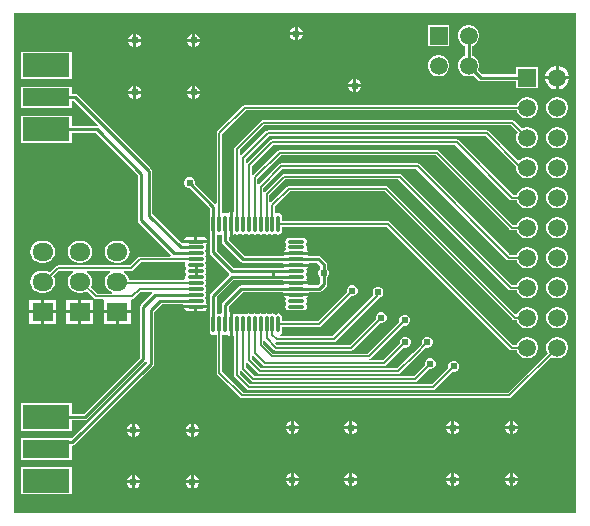
<source format=gtl>
G04*
G04 #@! TF.GenerationSoftware,Altium Limited,Altium Designer,21.9.2 (33)*
G04*
G04 Layer_Physical_Order=1*
G04 Layer_Color=255*
%FSLAX25Y25*%
%MOIN*%
G70*
G04*
G04 #@! TF.SameCoordinates,BDAA0F83-93E9-4538-AAC0-020DCC9D6774*
G04*
G04*
G04 #@! TF.FilePolarity,Positive*
G04*
G01*
G75*
%ADD10C,0.01000*%
%ADD13C,0.00600*%
%ADD14O,0.05906X0.01063*%
%ADD15O,0.01063X0.05906*%
%ADD16R,0.15748X0.07874*%
%ADD17R,0.15748X0.05906*%
%ADD26R,0.05906X0.05906*%
%ADD27C,0.05906*%
%ADD28O,0.07000X0.06000*%
%ADD29R,0.07000X0.06000*%
%ADD30C,0.02400*%
G36*
X397300Y113700D02*
X210000D01*
Y280600D01*
X397300D01*
Y113700D01*
D02*
G37*
%LPC*%
G36*
X304500Y275774D02*
Y274100D01*
X306174D01*
X305865Y274846D01*
X305246Y275465D01*
X304500Y275774D01*
D02*
G37*
G36*
X303500D02*
X302754Y275465D01*
X302135Y274846D01*
X301826Y274100D01*
X303500D01*
Y275774D01*
D02*
G37*
G36*
X270400Y273574D02*
Y271900D01*
X272074D01*
X271765Y272646D01*
X271146Y273265D01*
X270400Y273574D01*
D02*
G37*
G36*
X269400D02*
X268654Y273265D01*
X268035Y272646D01*
X267726Y271900D01*
X269400D01*
Y273574D01*
D02*
G37*
G36*
X250800D02*
Y271900D01*
X252474D01*
X252165Y272646D01*
X251546Y273265D01*
X250800Y273574D01*
D02*
G37*
G36*
X249800D02*
X249054Y273265D01*
X248435Y272646D01*
X248126Y271900D01*
X249800D01*
Y273574D01*
D02*
G37*
G36*
X306174Y273100D02*
X304500D01*
Y271426D01*
X305246Y271735D01*
X305865Y272354D01*
X306174Y273100D01*
D02*
G37*
G36*
X303500D02*
X301826D01*
X302135Y272354D01*
X302754Y271735D01*
X303500Y271426D01*
Y273100D01*
D02*
G37*
G36*
X355053Y276553D02*
X347947D01*
Y269447D01*
X355053D01*
Y276553D01*
D02*
G37*
G36*
X272074Y270900D02*
X270400D01*
Y269226D01*
X271146Y269535D01*
X271765Y270154D01*
X272074Y270900D01*
D02*
G37*
G36*
X269400D02*
X267726D01*
X268035Y270154D01*
X268654Y269535D01*
X269400Y269226D01*
Y270900D01*
D02*
G37*
G36*
X252474D02*
X250800D01*
Y269226D01*
X251546Y269535D01*
X252165Y270154D01*
X252474Y270900D01*
D02*
G37*
G36*
X249800D02*
X248126D01*
X248435Y270154D01*
X249054Y269535D01*
X249800Y269226D01*
Y270900D01*
D02*
G37*
G36*
X391520Y262953D02*
X391500D01*
Y259500D01*
X394953D01*
Y259520D01*
X394683Y260526D01*
X394163Y261427D01*
X393427Y262163D01*
X392526Y262683D01*
X391520Y262953D01*
D02*
G37*
G36*
X390500D02*
X390480D01*
X389474Y262683D01*
X388573Y262163D01*
X387837Y261427D01*
X387317Y260526D01*
X387047Y259520D01*
Y259500D01*
X390500D01*
Y262953D01*
D02*
G37*
G36*
X351968Y266553D02*
X351032D01*
X350129Y266311D01*
X349319Y265843D01*
X348657Y265181D01*
X348189Y264371D01*
X347947Y263468D01*
Y262532D01*
X348189Y261629D01*
X348657Y260819D01*
X349319Y260157D01*
X350129Y259689D01*
X351032Y259447D01*
X351968D01*
X352871Y259689D01*
X353681Y260157D01*
X354343Y260819D01*
X354811Y261629D01*
X355053Y262532D01*
Y263468D01*
X354811Y264371D01*
X354343Y265181D01*
X353681Y265843D01*
X352871Y266311D01*
X351968Y266553D01*
D02*
G37*
G36*
X229174Y267567D02*
X212226D01*
Y258493D01*
X229174D01*
Y267567D01*
D02*
G37*
G36*
X324100Y258474D02*
Y256800D01*
X325774D01*
X325465Y257546D01*
X324846Y258165D01*
X324100Y258474D01*
D02*
G37*
G36*
X323100D02*
X322354Y258165D01*
X321735Y257546D01*
X321426Y256800D01*
X323100D01*
Y258474D01*
D02*
G37*
G36*
X361968Y276553D02*
X361032D01*
X360129Y276311D01*
X359319Y275843D01*
X358657Y275181D01*
X358189Y274371D01*
X357947Y273468D01*
Y272532D01*
X358189Y271629D01*
X358657Y270819D01*
X359319Y270157D01*
X360129Y269689D01*
X360379Y269622D01*
Y266378D01*
X360129Y266311D01*
X359319Y265843D01*
X358657Y265181D01*
X358189Y264371D01*
X357947Y263468D01*
Y262532D01*
X358189Y261629D01*
X358657Y260819D01*
X359319Y260157D01*
X360129Y259689D01*
X361032Y259447D01*
X361968D01*
X362871Y259689D01*
X363095Y259819D01*
X364707Y258207D01*
X364707Y258207D01*
X365071Y257964D01*
X365500Y257878D01*
X377447D01*
Y255447D01*
X384553D01*
Y262553D01*
X377447D01*
Y260121D01*
X365965D01*
X364681Y261405D01*
X364811Y261629D01*
X365053Y262532D01*
Y263468D01*
X364811Y264371D01*
X364343Y265181D01*
X363681Y265843D01*
X362871Y266311D01*
X362621Y266378D01*
Y269622D01*
X362871Y269689D01*
X363681Y270157D01*
X364343Y270819D01*
X364811Y271629D01*
X365053Y272532D01*
Y273468D01*
X364811Y274371D01*
X364343Y275181D01*
X363681Y275843D01*
X362871Y276311D01*
X361968Y276553D01*
D02*
G37*
G36*
X394953Y258500D02*
X391500D01*
Y255047D01*
X391520D01*
X392526Y255317D01*
X393427Y255837D01*
X394163Y256573D01*
X394683Y257474D01*
X394953Y258480D01*
Y258500D01*
D02*
G37*
G36*
X390500D02*
X387047D01*
Y258480D01*
X387317Y257474D01*
X387837Y256573D01*
X388573Y255837D01*
X389474Y255317D01*
X390480Y255047D01*
X390500D01*
Y258500D01*
D02*
G37*
G36*
X270400Y256274D02*
Y254600D01*
X272074D01*
X271765Y255346D01*
X271146Y255965D01*
X270400Y256274D01*
D02*
G37*
G36*
X269400D02*
X268654Y255965D01*
X268035Y255346D01*
X267726Y254600D01*
X269400D01*
Y256274D01*
D02*
G37*
G36*
X250800D02*
Y254600D01*
X252474D01*
X252165Y255346D01*
X251546Y255965D01*
X250800Y256274D01*
D02*
G37*
G36*
X249800D02*
X249054Y255965D01*
X248435Y255346D01*
X248126Y254600D01*
X249800D01*
Y256274D01*
D02*
G37*
G36*
X325774Y255800D02*
X324100D01*
Y254126D01*
X324846Y254435D01*
X325465Y255054D01*
X325774Y255800D01*
D02*
G37*
G36*
X323100D02*
X321426D01*
X321735Y255054D01*
X322354Y254435D01*
X323100Y254126D01*
Y255800D01*
D02*
G37*
G36*
X272074Y253600D02*
X270400D01*
Y251926D01*
X271146Y252235D01*
X271765Y252854D01*
X272074Y253600D01*
D02*
G37*
G36*
X269400D02*
X267726D01*
X268035Y252854D01*
X268654Y252235D01*
X269400Y251926D01*
Y253600D01*
D02*
G37*
G36*
X252474D02*
X250800D01*
Y251926D01*
X251546Y252235D01*
X252165Y252854D01*
X252474Y253600D01*
D02*
G37*
G36*
X249800D02*
X248126D01*
X248435Y252854D01*
X249054Y252235D01*
X249800Y251926D01*
Y253600D01*
D02*
G37*
G36*
X391468Y252553D02*
X390532D01*
X389629Y252311D01*
X388819Y251843D01*
X388157Y251181D01*
X387689Y250371D01*
X387447Y249468D01*
Y248532D01*
X387689Y247629D01*
X388157Y246819D01*
X388819Y246157D01*
X389629Y245689D01*
X390532Y245447D01*
X391468D01*
X392371Y245689D01*
X393181Y246157D01*
X393843Y246819D01*
X394311Y247629D01*
X394553Y248532D01*
Y249468D01*
X394311Y250371D01*
X393843Y251181D01*
X393181Y251843D01*
X392371Y252311D01*
X391468Y252553D01*
D02*
G37*
G36*
X381468D02*
X380532D01*
X379629Y252311D01*
X378819Y251843D01*
X378157Y251181D01*
X377689Y250371D01*
X377568Y249918D01*
X286948D01*
X286597Y249848D01*
X286300Y249649D01*
X277761Y241110D01*
X277562Y240813D01*
X277492Y240461D01*
Y217201D01*
X276992Y216994D01*
X270300Y223686D01*
Y224258D01*
X270026Y224920D01*
X269520Y225426D01*
X268858Y225700D01*
X268142D01*
X267480Y225426D01*
X266974Y224920D01*
X266700Y224258D01*
Y223542D01*
X266974Y222880D01*
X267480Y222374D01*
X268142Y222100D01*
X268714D01*
X275320Y215494D01*
Y212831D01*
X275287Y212669D01*
Y207827D01*
X275320Y207665D01*
Y200759D01*
X275319Y200759D01*
X275405Y200330D01*
X275648Y199966D01*
X281748Y193866D01*
X281793Y193600D01*
X281780Y193348D01*
X281735Y193221D01*
X275648Y187134D01*
X275405Y186770D01*
X275319Y186341D01*
X275320Y186341D01*
Y179367D01*
X275287Y179205D01*
Y174363D01*
X275375Y173921D01*
X275625Y173547D01*
X275999Y173297D01*
X276441Y173209D01*
X276883Y173297D01*
X276992Y173370D01*
X277492Y173103D01*
Y160690D01*
X277562Y160339D01*
X277761Y160041D01*
X285351Y152451D01*
X285649Y152252D01*
X286000Y152182D01*
X375100D01*
X375451Y152252D01*
X375749Y152451D01*
X389222Y165924D01*
X389629Y165689D01*
X390532Y165447D01*
X391468D01*
X392371Y165689D01*
X393181Y166157D01*
X393843Y166819D01*
X394311Y167629D01*
X394553Y168532D01*
Y169468D01*
X394311Y170371D01*
X393843Y171181D01*
X393181Y171843D01*
X392371Y172311D01*
X391468Y172553D01*
X390532D01*
X389629Y172311D01*
X388819Y171843D01*
X388157Y171181D01*
X387689Y170371D01*
X387447Y169468D01*
Y168532D01*
X387689Y167629D01*
X387924Y167222D01*
X374720Y154018D01*
X286380D01*
X279328Y161070D01*
Y173102D01*
X279828Y173370D01*
X279937Y173297D01*
X280378Y173209D01*
X280820Y173297D01*
X281095Y173481D01*
X281243Y173259D01*
X281749Y172920D01*
X281847Y172901D01*
Y176784D01*
Y180801D01*
X281500Y181036D01*
Y182813D01*
X286160Y187473D01*
X299747D01*
X299983Y187126D01*
X304000D01*
X308017D01*
X308253Y187473D01*
X311695D01*
X311695Y187473D01*
X312124Y187559D01*
X312488Y187802D01*
X313993Y189307D01*
X313993Y189307D01*
X314236Y189671D01*
X314322Y190100D01*
X314321Y190100D01*
Y192476D01*
X314726Y192880D01*
X315000Y193542D01*
Y194258D01*
X314726Y194920D01*
X314321Y195324D01*
Y196700D01*
X314322Y196700D01*
X314236Y197129D01*
X313993Y197493D01*
X313993Y197493D01*
X312256Y199230D01*
X311892Y199473D01*
X311463Y199559D01*
X311463Y199558D01*
X308253D01*
X308017Y199906D01*
X304000D01*
X299983D01*
X299747Y199558D01*
X286828D01*
X281500Y204887D01*
Y205995D01*
X281847Y206231D01*
Y210248D01*
Y214131D01*
X281749Y214112D01*
X281243Y213773D01*
X281095Y213551D01*
X280820Y213735D01*
X280378Y213823D01*
X279937Y213735D01*
X279828Y213662D01*
X279328Y213930D01*
Y240081D01*
X287329Y248082D01*
X377568D01*
X377689Y247629D01*
X378157Y246819D01*
X378819Y246157D01*
X379629Y245689D01*
X380532Y245447D01*
X381468D01*
X382371Y245689D01*
X383181Y246157D01*
X383843Y246819D01*
X384311Y247629D01*
X384553Y248532D01*
Y249468D01*
X384311Y250371D01*
X383843Y251181D01*
X383181Y251843D01*
X382371Y252311D01*
X381468Y252553D01*
D02*
G37*
G36*
X229174Y255953D02*
X212226D01*
Y248847D01*
X229174D01*
Y251278D01*
X229935D01*
X237883Y243331D01*
X237636Y242870D01*
X237530Y242892D01*
X237530Y242892D01*
X229174D01*
Y246307D01*
X212226D01*
Y237233D01*
X229174D01*
Y240649D01*
X237065D01*
X251179Y226535D01*
Y211400D01*
X251178Y211400D01*
X251264Y210971D01*
X251507Y210607D01*
X262259Y199855D01*
X262052Y199355D01*
X251937D01*
X251586Y199285D01*
X251288Y199086D01*
X248620Y196418D01*
X224600D01*
X224249Y196348D01*
X223951Y196149D01*
X221833Y194031D01*
X221815Y194045D01*
X220940Y194407D01*
X220000Y194531D01*
X219000D01*
X218060Y194407D01*
X217184Y194045D01*
X216432Y193468D01*
X215855Y192716D01*
X215493Y191840D01*
X215369Y190900D01*
X215493Y189960D01*
X215855Y189084D01*
X216432Y188332D01*
X217184Y187755D01*
X218060Y187393D01*
X219000Y187269D01*
X220000D01*
X220940Y187393D01*
X221815Y187755D01*
X222568Y188332D01*
X223145Y189084D01*
X223507Y189960D01*
X223631Y190900D01*
X223507Y191840D01*
X223145Y192716D01*
X223131Y192733D01*
X224980Y194582D01*
X229626D01*
X229726Y194082D01*
X229634Y194045D01*
X228883Y193468D01*
X228305Y192716D01*
X227943Y191840D01*
X227819Y190900D01*
X227943Y189960D01*
X228305Y189084D01*
X228883Y188332D01*
X229634Y187755D01*
X230510Y187393D01*
X231450Y187269D01*
X232450D01*
X233390Y187393D01*
X234265Y187755D01*
X234283Y187769D01*
X236601Y185451D01*
X236899Y185252D01*
X237250Y185182D01*
X239517D01*
X239900Y184900D01*
X239900Y184682D01*
Y181400D01*
X244400D01*
X248900D01*
Y184682D01*
X248900Y184900D01*
X249283Y185182D01*
X249400D01*
X249751Y185252D01*
X250049Y185451D01*
X252275Y187677D01*
X255884D01*
X256091Y187177D01*
X252207Y183293D01*
X251964Y182929D01*
X251878Y182500D01*
X251878Y182500D01*
Y165665D01*
X233165Y146951D01*
X229174D01*
Y150367D01*
X212226D01*
Y141293D01*
X229174D01*
Y144708D01*
X233630D01*
X233630Y144708D01*
X234059Y144794D01*
X234423Y145037D01*
X253779Y164393D01*
X253852Y164388D01*
X254286Y164245D01*
X254328Y163914D01*
X229167Y138753D01*
X212226D01*
Y131647D01*
X229174D01*
Y135914D01*
X229424Y136302D01*
X229853Y136388D01*
X230217Y136631D01*
X256293Y162707D01*
X256293Y162707D01*
X256536Y163071D01*
X256622Y163500D01*
Y180935D01*
X259223Y183536D01*
X266283D01*
X266519Y183189D01*
X270536D01*
X274419D01*
X274400Y183287D01*
X274061Y183793D01*
X273839Y183941D01*
X274023Y184216D01*
X274111Y184658D01*
X274023Y185099D01*
X273773Y185474D01*
Y185810D01*
X274023Y186185D01*
X274111Y186626D01*
X274023Y187067D01*
X273895Y187259D01*
X273813Y187610D01*
X273895Y187962D01*
X274023Y188154D01*
X274111Y188595D01*
X274023Y189037D01*
X273773Y189411D01*
Y189747D01*
X274023Y190121D01*
X274111Y190563D01*
X274023Y191005D01*
X273895Y191196D01*
X273813Y191548D01*
X273895Y191899D01*
X274023Y192090D01*
X274111Y192532D01*
X274023Y192973D01*
X273895Y193165D01*
X273813Y193516D01*
X273895Y193867D01*
X274023Y194059D01*
X274111Y194500D01*
X274023Y194941D01*
X273895Y195133D01*
X273813Y195484D01*
X273895Y195836D01*
X274023Y196028D01*
X274111Y196469D01*
X274023Y196911D01*
X273773Y197285D01*
Y197621D01*
X274023Y197995D01*
X274111Y198437D01*
X274023Y198879D01*
X273895Y199070D01*
X273813Y199422D01*
X273895Y199773D01*
X274023Y199964D01*
X274111Y200406D01*
X274023Y200848D01*
X273773Y201222D01*
Y201558D01*
X274023Y201933D01*
X274111Y202374D01*
X274023Y202816D01*
X273839Y203091D01*
X274061Y203239D01*
X274400Y203745D01*
X274419Y203843D01*
X270536D01*
X266290D01*
X266226Y203757D01*
X265859Y203727D01*
X256121Y213465D01*
Y227800D01*
X256036Y228229D01*
X255793Y228593D01*
X255793Y228593D01*
X231193Y253193D01*
X230829Y253436D01*
X230400Y253522D01*
X230400Y253521D01*
X229174D01*
Y255953D01*
D02*
G37*
G36*
X376000Y244918D02*
X293000D01*
X292649Y244848D01*
X292351Y244649D01*
X283666Y235964D01*
X283467Y235666D01*
X283397Y235315D01*
Y214340D01*
X283029Y214143D01*
X282897Y214121D01*
X282847Y214131D01*
Y210248D01*
Y206365D01*
X282945Y206384D01*
X283451Y206723D01*
X283599Y206944D01*
X283874Y206761D01*
X284315Y206673D01*
X284756Y206761D01*
X284948Y206889D01*
X285299Y206971D01*
X285651Y206889D01*
X285842Y206761D01*
X286284Y206673D01*
X286725Y206761D01*
X286917Y206889D01*
X287268Y206971D01*
X287619Y206889D01*
X287810Y206761D01*
X288252Y206673D01*
X288693Y206761D01*
X288885Y206889D01*
X289236Y206971D01*
X289588Y206889D01*
X289779Y206761D01*
X290221Y206673D01*
X290663Y206761D01*
X290854Y206889D01*
X291205Y206971D01*
X291556Y206889D01*
X291747Y206761D01*
X292189Y206673D01*
X292631Y206761D01*
X292822Y206889D01*
X293174Y206971D01*
X293525Y206889D01*
X293717Y206761D01*
X294158Y206673D01*
X294600Y206761D01*
X294791Y206889D01*
X295142Y206971D01*
X295493Y206889D01*
X295685Y206761D01*
X296126Y206673D01*
X296568Y206761D01*
X296942Y207011D01*
X297462Y206889D01*
X297654Y206761D01*
X298095Y206673D01*
X298536Y206761D01*
X298911Y207011D01*
X299161Y207385D01*
X299249Y207827D01*
Y209330D01*
X334372D01*
X375351Y168351D01*
X375649Y168152D01*
X376000Y168082D01*
X377568D01*
X377689Y167629D01*
X378157Y166819D01*
X378819Y166157D01*
X379629Y165689D01*
X380532Y165447D01*
X381468D01*
X382371Y165689D01*
X383181Y166157D01*
X383843Y166819D01*
X384311Y167629D01*
X384553Y168532D01*
Y169468D01*
X384311Y170371D01*
X383843Y171181D01*
X383181Y171843D01*
X382371Y172311D01*
X381468Y172553D01*
X380532D01*
X379629Y172311D01*
X378819Y171843D01*
X378157Y171181D01*
X377689Y170371D01*
X377568Y169918D01*
X376380D01*
X335401Y210897D01*
X335103Y211096D01*
X334752Y211166D01*
X299249D01*
Y212669D01*
X299161Y213111D01*
X298911Y213485D01*
X298536Y213735D01*
X298095Y213823D01*
X297654Y213735D01*
X297544Y213662D01*
X297044Y213929D01*
Y216246D01*
X301880Y221082D01*
X333620D01*
X376351Y178351D01*
X376649Y178152D01*
X377000Y178082D01*
X377568D01*
X377689Y177629D01*
X378157Y176819D01*
X378819Y176157D01*
X379629Y175689D01*
X380532Y175447D01*
X381468D01*
X382371Y175689D01*
X383181Y176157D01*
X383843Y176819D01*
X384311Y177629D01*
X384553Y178532D01*
Y179468D01*
X384311Y180371D01*
X383843Y181181D01*
X383181Y181843D01*
X382371Y182311D01*
X381468Y182553D01*
X380532D01*
X379629Y182311D01*
X378819Y181843D01*
X378157Y181181D01*
X377689Y180371D01*
X377678Y180327D01*
X377120Y180178D01*
X334649Y222649D01*
X334351Y222848D01*
X334000Y222918D01*
X301500D01*
X301149Y222848D01*
X300851Y222649D01*
X295576Y217373D01*
X295189Y217481D01*
X295076Y217562D01*
Y219778D01*
X300380Y225082D01*
X338120D01*
X374851Y188351D01*
X375149Y188152D01*
X375500Y188082D01*
X377568D01*
X377689Y187629D01*
X378157Y186819D01*
X378819Y186157D01*
X379629Y185689D01*
X380532Y185447D01*
X381468D01*
X382371Y185689D01*
X383181Y186157D01*
X383843Y186819D01*
X384311Y187629D01*
X384553Y188532D01*
Y189468D01*
X384311Y190371D01*
X383843Y191181D01*
X383181Y191843D01*
X382371Y192311D01*
X381468Y192553D01*
X380532D01*
X379629Y192311D01*
X378819Y191843D01*
X378157Y191181D01*
X377689Y190371D01*
X377568Y189918D01*
X375880D01*
X339149Y226649D01*
X338851Y226848D01*
X338500Y226918D01*
X300000D01*
X299649Y226848D01*
X299351Y226649D01*
X293607Y220904D01*
X293224Y221010D01*
X293107Y221094D01*
Y222309D01*
X299380Y228582D01*
X344120D01*
X374351Y198351D01*
X374649Y198152D01*
X375000Y198082D01*
X377568D01*
X377689Y197629D01*
X378157Y196819D01*
X378819Y196157D01*
X379629Y195689D01*
X380532Y195447D01*
X381468D01*
X382371Y195689D01*
X383181Y196157D01*
X383843Y196819D01*
X384311Y197629D01*
X384553Y198532D01*
Y199468D01*
X384311Y200371D01*
X383843Y201181D01*
X383181Y201843D01*
X382371Y202311D01*
X381468Y202553D01*
X380532D01*
X379629Y202311D01*
X378819Y201843D01*
X378157Y201181D01*
X377689Y200371D01*
X377568Y199918D01*
X375380D01*
X345149Y230149D01*
X344851Y230348D01*
X344500Y230418D01*
X299000D01*
X298649Y230348D01*
X298351Y230149D01*
X291639Y223436D01*
X291252Y223544D01*
X291139Y223625D01*
Y225341D01*
X298880Y233082D01*
X350620D01*
X375351Y208351D01*
X375649Y208152D01*
X376000Y208082D01*
X377568D01*
X377689Y207629D01*
X378157Y206819D01*
X378819Y206157D01*
X379629Y205689D01*
X380532Y205447D01*
X381468D01*
X382371Y205689D01*
X383181Y206157D01*
X383843Y206819D01*
X384311Y207629D01*
X384553Y208532D01*
Y209468D01*
X384311Y210371D01*
X383843Y211181D01*
X383181Y211843D01*
X382371Y212311D01*
X381468Y212553D01*
X380532D01*
X379629Y212311D01*
X378819Y211843D01*
X378157Y211181D01*
X377689Y210371D01*
X377568Y209918D01*
X376380D01*
X351649Y234649D01*
X351351Y234848D01*
X351000Y234918D01*
X298500D01*
X298149Y234848D01*
X297851Y234649D01*
X289670Y226467D01*
X289287Y226573D01*
X289170Y226657D01*
Y229372D01*
X296380Y236582D01*
X357120D01*
X375351Y218351D01*
X375649Y218152D01*
X376000Y218082D01*
X377568D01*
X377689Y217629D01*
X378157Y216819D01*
X378819Y216157D01*
X379629Y215689D01*
X380532Y215447D01*
X381468D01*
X382371Y215689D01*
X383181Y216157D01*
X383843Y216819D01*
X384311Y217629D01*
X384553Y218532D01*
Y219468D01*
X384311Y220371D01*
X383843Y221181D01*
X383181Y221843D01*
X382371Y222311D01*
X381468Y222553D01*
X380532D01*
X379629Y222311D01*
X378819Y221843D01*
X378157Y221181D01*
X377689Y220371D01*
X377568Y219918D01*
X376380D01*
X358149Y238149D01*
X357851Y238348D01*
X357500Y238418D01*
X296000D01*
X295649Y238348D01*
X295351Y238149D01*
X287702Y230499D01*
X287315Y230607D01*
X287202Y230688D01*
Y231904D01*
X294880Y239582D01*
X367120D01*
X377336Y229366D01*
X377447Y229292D01*
Y228532D01*
X377689Y227629D01*
X378157Y226819D01*
X378819Y226157D01*
X379629Y225689D01*
X380532Y225447D01*
X381468D01*
X382371Y225689D01*
X383181Y226157D01*
X383843Y226819D01*
X384311Y227629D01*
X384553Y228532D01*
Y229468D01*
X384311Y230371D01*
X383843Y231181D01*
X383181Y231843D01*
X382371Y232311D01*
X381468Y232553D01*
X380532D01*
X379629Y232311D01*
X378819Y231843D01*
X378490Y231515D01*
X377792Y231506D01*
X368149Y241149D01*
X367851Y241348D01*
X367500Y241418D01*
X294500D01*
X294149Y241348D01*
X293851Y241149D01*
X285733Y233030D01*
X285350Y233136D01*
X285233Y233220D01*
Y234935D01*
X293380Y243082D01*
X375620D01*
X377924Y240778D01*
X377689Y240371D01*
X377447Y239468D01*
Y238532D01*
X377689Y237629D01*
X378157Y236819D01*
X378819Y236157D01*
X379629Y235689D01*
X380532Y235447D01*
X381468D01*
X382371Y235689D01*
X383181Y236157D01*
X383843Y236819D01*
X384311Y237629D01*
X384553Y238532D01*
Y239468D01*
X384311Y240371D01*
X383843Y241181D01*
X383181Y241843D01*
X382371Y242311D01*
X381468Y242553D01*
X380532D01*
X379629Y242311D01*
X379222Y242076D01*
X376649Y244649D01*
X376351Y244848D01*
X376000Y244918D01*
D02*
G37*
G36*
X391468Y242553D02*
X390532D01*
X389629Y242311D01*
X388819Y241843D01*
X388157Y241181D01*
X387689Y240371D01*
X387447Y239468D01*
Y238532D01*
X387689Y237629D01*
X388157Y236819D01*
X388819Y236157D01*
X389629Y235689D01*
X390532Y235447D01*
X391468D01*
X392371Y235689D01*
X393181Y236157D01*
X393843Y236819D01*
X394311Y237629D01*
X394553Y238532D01*
Y239468D01*
X394311Y240371D01*
X393843Y241181D01*
X393181Y241843D01*
X392371Y242311D01*
X391468Y242553D01*
D02*
G37*
G36*
Y232553D02*
X390532D01*
X389629Y232311D01*
X388819Y231843D01*
X388157Y231181D01*
X387689Y230371D01*
X387447Y229468D01*
Y228532D01*
X387689Y227629D01*
X388157Y226819D01*
X388819Y226157D01*
X389629Y225689D01*
X390532Y225447D01*
X391468D01*
X392371Y225689D01*
X393181Y226157D01*
X393843Y226819D01*
X394311Y227629D01*
X394553Y228532D01*
Y229468D01*
X394311Y230371D01*
X393843Y231181D01*
X393181Y231843D01*
X392371Y232311D01*
X391468Y232553D01*
D02*
G37*
G36*
Y222553D02*
X390532D01*
X389629Y222311D01*
X388819Y221843D01*
X388157Y221181D01*
X387689Y220371D01*
X387447Y219468D01*
Y218532D01*
X387689Y217629D01*
X388157Y216819D01*
X388819Y216157D01*
X389629Y215689D01*
X390532Y215447D01*
X391468D01*
X392371Y215689D01*
X393181Y216157D01*
X393843Y216819D01*
X394311Y217629D01*
X394553Y218532D01*
Y219468D01*
X394311Y220371D01*
X393843Y221181D01*
X393181Y221843D01*
X392371Y222311D01*
X391468Y222553D01*
D02*
G37*
G36*
Y212553D02*
X390532D01*
X389629Y212311D01*
X388819Y211843D01*
X388157Y211181D01*
X387689Y210371D01*
X387447Y209468D01*
Y208532D01*
X387689Y207629D01*
X388157Y206819D01*
X388819Y206157D01*
X389629Y205689D01*
X390532Y205447D01*
X391468D01*
X392371Y205689D01*
X393181Y206157D01*
X393843Y206819D01*
X394311Y207629D01*
X394553Y208532D01*
Y209468D01*
X394311Y210371D01*
X393843Y211181D01*
X393181Y211843D01*
X392371Y212311D01*
X391468Y212553D01*
D02*
G37*
G36*
X272957Y205905D02*
X271036D01*
Y204843D01*
X274419D01*
X274400Y204941D01*
X274061Y205447D01*
X273555Y205786D01*
X272957Y205905D01*
D02*
G37*
G36*
X270036D02*
X268115D01*
X267517Y205786D01*
X267011Y205447D01*
X266672Y204941D01*
X266653Y204843D01*
X270036D01*
Y205905D01*
D02*
G37*
G36*
X306421Y205497D02*
X301579D01*
X301137Y205409D01*
X300763Y205159D01*
X300513Y204784D01*
X300425Y204343D01*
X300513Y203902D01*
X300763Y203527D01*
X300641Y203007D01*
X300513Y202816D01*
X300425Y202374D01*
X300513Y201933D01*
X300696Y201658D01*
X300475Y201510D01*
X300136Y201004D01*
X300117Y200906D01*
X304000D01*
X307883D01*
X307864Y201004D01*
X307525Y201510D01*
X307304Y201658D01*
X307487Y201933D01*
X307575Y202374D01*
X307487Y202816D01*
X307237Y203190D01*
X307359Y203710D01*
X307487Y203902D01*
X307575Y204343D01*
X307487Y204784D01*
X307237Y205159D01*
X306863Y205409D01*
X306421Y205497D01*
D02*
G37*
G36*
X244900Y204531D02*
X243900D01*
X242960Y204407D01*
X242085Y204045D01*
X241333Y203468D01*
X240755Y202715D01*
X240393Y201840D01*
X240269Y200900D01*
X240393Y199960D01*
X240755Y199084D01*
X241333Y198332D01*
X242085Y197755D01*
X242960Y197393D01*
X243900Y197269D01*
X244900D01*
X245840Y197393D01*
X246715Y197755D01*
X247467Y198332D01*
X248045Y199084D01*
X248407Y199960D01*
X248531Y200900D01*
X248407Y201840D01*
X248045Y202715D01*
X247467Y203468D01*
X246715Y204045D01*
X245840Y204407D01*
X244900Y204531D01*
D02*
G37*
G36*
X232450D02*
X231450D01*
X230510Y204407D01*
X229634Y204045D01*
X228883Y203468D01*
X228305Y202715D01*
X227943Y201840D01*
X227819Y200900D01*
X227943Y199960D01*
X228305Y199084D01*
X228883Y198332D01*
X229634Y197755D01*
X230510Y197393D01*
X231450Y197269D01*
X232450D01*
X233390Y197393D01*
X234265Y197755D01*
X235017Y198332D01*
X235595Y199084D01*
X235957Y199960D01*
X236081Y200900D01*
X235957Y201840D01*
X235595Y202715D01*
X235017Y203468D01*
X234265Y204045D01*
X233390Y204407D01*
X232450Y204531D01*
D02*
G37*
G36*
X220000D02*
X219000D01*
X218060Y204407D01*
X217184Y204045D01*
X216432Y203468D01*
X215855Y202715D01*
X215493Y201840D01*
X215369Y200900D01*
X215493Y199960D01*
X215855Y199084D01*
X216432Y198332D01*
X217184Y197755D01*
X218060Y197393D01*
X219000Y197269D01*
X220000D01*
X220940Y197393D01*
X221815Y197755D01*
X222568Y198332D01*
X223145Y199084D01*
X223507Y199960D01*
X223631Y200900D01*
X223507Y201840D01*
X223145Y202715D01*
X222568Y203468D01*
X221815Y204045D01*
X220940Y204407D01*
X220000Y204531D01*
D02*
G37*
G36*
X391468Y202553D02*
X390532D01*
X389629Y202311D01*
X388819Y201843D01*
X388157Y201181D01*
X387689Y200371D01*
X387447Y199468D01*
Y198532D01*
X387689Y197629D01*
X388157Y196819D01*
X388819Y196157D01*
X389629Y195689D01*
X390532Y195447D01*
X391468D01*
X392371Y195689D01*
X393181Y196157D01*
X393843Y196819D01*
X394311Y197629D01*
X394553Y198532D01*
Y199468D01*
X394311Y200371D01*
X393843Y201181D01*
X393181Y201843D01*
X392371Y202311D01*
X391468Y202553D01*
D02*
G37*
G36*
Y192553D02*
X390532D01*
X389629Y192311D01*
X388819Y191843D01*
X388157Y191181D01*
X387689Y190371D01*
X387447Y189468D01*
Y188532D01*
X387689Y187629D01*
X388157Y186819D01*
X388819Y186157D01*
X389629Y185689D01*
X390532Y185447D01*
X391468D01*
X392371Y185689D01*
X393181Y186157D01*
X393843Y186819D01*
X394311Y187629D01*
X394553Y188532D01*
Y189468D01*
X394311Y190371D01*
X393843Y191181D01*
X393181Y191843D01*
X392371Y192311D01*
X391468Y192553D01*
D02*
G37*
G36*
X307883Y186126D02*
X304000D01*
X300117D01*
X300136Y186028D01*
X300475Y185522D01*
X300696Y185374D01*
X300513Y185099D01*
X300425Y184658D01*
X300513Y184216D01*
X300641Y184025D01*
X300763Y183505D01*
X300513Y183131D01*
X300425Y182689D01*
X300513Y182247D01*
X300763Y181873D01*
X301137Y181623D01*
X301579Y181535D01*
X306421D01*
X306863Y181623D01*
X307237Y181873D01*
X307487Y182247D01*
X307575Y182689D01*
X307487Y183131D01*
X307359Y183322D01*
X307237Y183842D01*
X307487Y184216D01*
X307575Y184658D01*
X307487Y185099D01*
X307304Y185374D01*
X307525Y185522D01*
X307864Y186028D01*
X307883Y186126D01*
D02*
G37*
G36*
X236450Y184900D02*
X232450D01*
Y181400D01*
X236450D01*
Y184900D01*
D02*
G37*
G36*
X224000D02*
X220000D01*
Y181400D01*
X224000D01*
Y184900D01*
D02*
G37*
G36*
X231450D02*
X227450D01*
Y181400D01*
X231450D01*
Y184900D01*
D02*
G37*
G36*
X219000D02*
X215000D01*
Y181400D01*
X219000D01*
Y184900D01*
D02*
G37*
G36*
X274419Y182189D02*
X271036D01*
Y181128D01*
X272957D01*
X273555Y181246D01*
X274061Y181585D01*
X274400Y182091D01*
X274419Y182189D01*
D02*
G37*
G36*
X270036D02*
X266653D01*
X266672Y182091D01*
X267011Y181585D01*
X267517Y181246D01*
X268115Y181128D01*
X270036D01*
Y182189D01*
D02*
G37*
G36*
X323058Y189700D02*
X322342D01*
X321680Y189426D01*
X321174Y188920D01*
X320900Y188258D01*
Y187542D01*
X320942Y187440D01*
X311204Y177702D01*
X299249D01*
Y179205D01*
X299161Y179647D01*
X298911Y180021D01*
X298536Y180271D01*
X298095Y180359D01*
X297654Y180271D01*
X297279Y180021D01*
X296759Y180143D01*
X296568Y180271D01*
X296126Y180359D01*
X295685Y180271D01*
X295493Y180143D01*
X295142Y180061D01*
X294791Y180143D01*
X294600Y180271D01*
X294158Y180359D01*
X293717Y180271D01*
X293525Y180143D01*
X293174Y180061D01*
X292822Y180143D01*
X292631Y180271D01*
X292189Y180359D01*
X291747Y180271D01*
X291556Y180143D01*
X291205Y180061D01*
X290854Y180143D01*
X290663Y180271D01*
X290221Y180359D01*
X289779Y180271D01*
X289588Y180143D01*
X289236Y180061D01*
X288885Y180143D01*
X288693Y180271D01*
X288252Y180359D01*
X287810Y180271D01*
X287619Y180143D01*
X287268Y180061D01*
X286917Y180143D01*
X286725Y180271D01*
X286284Y180359D01*
X285842Y180271D01*
X285651Y180143D01*
X285299Y180061D01*
X284948Y180143D01*
X284756Y180271D01*
X284315Y180359D01*
X283874Y180271D01*
X283599Y180088D01*
X283451Y180309D01*
X282945Y180648D01*
X282847Y180667D01*
Y176784D01*
Y172901D01*
X282897Y172911D01*
X283029Y172889D01*
X283397Y172692D01*
Y159785D01*
X283467Y159434D01*
X283666Y159136D01*
X287651Y155151D01*
X287949Y154952D01*
X288300Y154882D01*
X349700D01*
X350051Y154952D01*
X350349Y155151D01*
X356140Y160942D01*
X356242Y160900D01*
X356958D01*
X357620Y161174D01*
X358126Y161680D01*
X358400Y162342D01*
Y163058D01*
X358126Y163720D01*
X357620Y164226D01*
X356958Y164500D01*
X356242D01*
X355580Y164226D01*
X355074Y163720D01*
X354800Y163058D01*
Y162342D01*
X354842Y162240D01*
X349320Y156718D01*
X288680D01*
X285233Y160165D01*
Y161081D01*
X285350Y161164D01*
X285733Y161270D01*
X289151Y157851D01*
X289449Y157652D01*
X289800Y157582D01*
X343600D01*
X343951Y157652D01*
X344249Y157851D01*
X348240Y161842D01*
X348342Y161800D01*
X349058D01*
X349720Y162074D01*
X350226Y162580D01*
X350500Y163242D01*
Y163958D01*
X350226Y164620D01*
X349720Y165126D01*
X349058Y165400D01*
X348342D01*
X347680Y165126D01*
X347174Y164620D01*
X346900Y163958D01*
Y163242D01*
X346942Y163140D01*
X343220Y159418D01*
X290180D01*
X287202Y162396D01*
Y163912D01*
X287315Y163993D01*
X287702Y164101D01*
X291251Y160551D01*
X291549Y160352D01*
X291900Y160282D01*
X338100D01*
X338451Y160352D01*
X338749Y160551D01*
X344177Y165979D01*
X344177Y165979D01*
X347240Y169042D01*
X347342Y169000D01*
X348058D01*
X348720Y169274D01*
X349226Y169780D01*
X349500Y170442D01*
Y171158D01*
X349226Y171820D01*
X348720Y172326D01*
X348058Y172600D01*
X347342D01*
X346680Y172326D01*
X346174Y171820D01*
X345900Y171158D01*
Y170442D01*
X345942Y170340D01*
X342879Y167277D01*
X342879Y167277D01*
X337720Y162118D01*
X292280D01*
X289170Y165228D01*
Y166144D01*
X289287Y166227D01*
X289670Y166333D01*
X292851Y163151D01*
X293149Y162952D01*
X293500Y162882D01*
X333400D01*
X333751Y162952D01*
X334049Y163151D01*
X339940Y169042D01*
X340042Y169000D01*
X340758D01*
X341420Y169274D01*
X341926Y169780D01*
X342200Y170442D01*
Y171158D01*
X341926Y171820D01*
X341420Y172326D01*
X340758Y172600D01*
X340042D01*
X339380Y172326D01*
X338874Y171820D01*
X338600Y171158D01*
Y170442D01*
X338642Y170340D01*
X333020Y164718D01*
X328427D01*
X328377Y165218D01*
X328551Y165252D01*
X328849Y165451D01*
X339740Y176342D01*
X339842Y176300D01*
X340558D01*
X341220Y176574D01*
X341726Y177080D01*
X342000Y177742D01*
Y178458D01*
X341726Y179120D01*
X341220Y179626D01*
X340558Y179900D01*
X339842D01*
X339180Y179626D01*
X338674Y179120D01*
X338400Y178458D01*
Y177742D01*
X338442Y177640D01*
X327820Y167018D01*
X296280D01*
X293107Y170191D01*
Y171107D01*
X293224Y171190D01*
X293607Y171296D01*
X296651Y168251D01*
X296949Y168052D01*
X297300Y167982D01*
X322300D01*
X322651Y168052D01*
X322949Y168251D01*
X331940Y177242D01*
X332042Y177200D01*
X332758D01*
X333420Y177474D01*
X333926Y177980D01*
X334200Y178642D01*
Y179358D01*
X333926Y180020D01*
X333420Y180526D01*
X332758Y180800D01*
X332042D01*
X331380Y180526D01*
X330874Y180020D01*
X330600Y179358D01*
Y178642D01*
X330642Y178540D01*
X321920Y169818D01*
X297680D01*
X297005Y170493D01*
X297278Y170926D01*
X297500Y170882D01*
X316500D01*
X316851Y170952D01*
X317149Y171151D01*
X331598Y185600D01*
X331658D01*
X332320Y185874D01*
X332826Y186380D01*
X333100Y187042D01*
Y187758D01*
X332826Y188420D01*
X332320Y188926D01*
X331658Y189200D01*
X330942D01*
X330280Y188926D01*
X329774Y188420D01*
X329500Y187758D01*
Y187042D01*
X329774Y186380D01*
X329778Y186376D01*
X316120Y172718D01*
X298400D01*
X298326Y172836D01*
X298526Y173295D01*
X298536Y173297D01*
X298911Y173547D01*
X299161Y173921D01*
X299249Y174363D01*
Y175866D01*
X311584D01*
X311935Y175936D01*
X312233Y176135D01*
X322240Y186142D01*
X322342Y186100D01*
X323058D01*
X323720Y186374D01*
X324226Y186880D01*
X324500Y187542D01*
Y188258D01*
X324226Y188920D01*
X323720Y189426D01*
X323058Y189700D01*
D02*
G37*
G36*
X248900Y180400D02*
X244900D01*
Y176900D01*
X248900D01*
Y180400D01*
D02*
G37*
G36*
X243900D02*
X239900D01*
Y176900D01*
X243900D01*
Y180400D01*
D02*
G37*
G36*
X236450D02*
X232450D01*
Y176900D01*
X236450D01*
Y180400D01*
D02*
G37*
G36*
X231450D02*
X227450D01*
Y176900D01*
X231450D01*
Y180400D01*
D02*
G37*
G36*
X224000D02*
X220000D01*
Y176900D01*
X224000D01*
Y180400D01*
D02*
G37*
G36*
X219000D02*
X215000D01*
Y176900D01*
X219000D01*
Y180400D01*
D02*
G37*
G36*
X391468Y182553D02*
X390532D01*
X389629Y182311D01*
X388819Y181843D01*
X388157Y181181D01*
X387689Y180371D01*
X387447Y179468D01*
Y178532D01*
X387689Y177629D01*
X388157Y176819D01*
X388819Y176157D01*
X389629Y175689D01*
X390532Y175447D01*
X391468D01*
X392371Y175689D01*
X393181Y176157D01*
X393843Y176819D01*
X394311Y177629D01*
X394553Y178532D01*
Y179468D01*
X394311Y180371D01*
X393843Y181181D01*
X393181Y181843D01*
X392371Y182311D01*
X391468Y182553D01*
D02*
G37*
G36*
X376400Y144474D02*
Y142800D01*
X378074D01*
X377765Y143546D01*
X377146Y144165D01*
X376400Y144474D01*
D02*
G37*
G36*
X375400D02*
X374654Y144165D01*
X374035Y143546D01*
X373726Y142800D01*
X375400D01*
Y144474D01*
D02*
G37*
G36*
X356800D02*
Y142800D01*
X358474D01*
X358165Y143546D01*
X357546Y144165D01*
X356800Y144474D01*
D02*
G37*
G36*
X355800D02*
X355054Y144165D01*
X354435Y143546D01*
X354126Y142800D01*
X355800D01*
Y144474D01*
D02*
G37*
G36*
X322800D02*
Y142800D01*
X324474D01*
X324165Y143546D01*
X323546Y144165D01*
X322800Y144474D01*
D02*
G37*
G36*
X321800D02*
X321054Y144165D01*
X320435Y143546D01*
X320126Y142800D01*
X321800D01*
Y144474D01*
D02*
G37*
G36*
X303200D02*
Y142800D01*
X304874D01*
X304565Y143546D01*
X303946Y144165D01*
X303200Y144474D01*
D02*
G37*
G36*
X302200D02*
X301454Y144165D01*
X300835Y143546D01*
X300526Y142800D01*
X302200D01*
Y144474D01*
D02*
G37*
G36*
X269900Y143674D02*
Y142000D01*
X271574D01*
X271265Y142746D01*
X270646Y143365D01*
X269900Y143674D01*
D02*
G37*
G36*
X268900D02*
X268154Y143365D01*
X267535Y142746D01*
X267226Y142000D01*
X268900D01*
Y143674D01*
D02*
G37*
G36*
X250300D02*
Y142000D01*
X251974D01*
X251665Y142746D01*
X251046Y143365D01*
X250300Y143674D01*
D02*
G37*
G36*
X249300D02*
X248554Y143365D01*
X247935Y142746D01*
X247626Y142000D01*
X249300D01*
Y143674D01*
D02*
G37*
G36*
X378074Y141800D02*
X376400D01*
Y140126D01*
X377146Y140435D01*
X377765Y141054D01*
X378074Y141800D01*
D02*
G37*
G36*
X375400D02*
X373726D01*
X374035Y141054D01*
X374654Y140435D01*
X375400Y140126D01*
Y141800D01*
D02*
G37*
G36*
X358474D02*
X356800D01*
Y140126D01*
X357546Y140435D01*
X358165Y141054D01*
X358474Y141800D01*
D02*
G37*
G36*
X355800D02*
X354126D01*
X354435Y141054D01*
X355054Y140435D01*
X355800Y140126D01*
Y141800D01*
D02*
G37*
G36*
X324474D02*
X322800D01*
Y140126D01*
X323546Y140435D01*
X324165Y141054D01*
X324474Y141800D01*
D02*
G37*
G36*
X321800D02*
X320126D01*
X320435Y141054D01*
X321054Y140435D01*
X321800Y140126D01*
Y141800D01*
D02*
G37*
G36*
X304874D02*
X303200D01*
Y140126D01*
X303946Y140435D01*
X304565Y141054D01*
X304874Y141800D01*
D02*
G37*
G36*
X302200D02*
X300526D01*
X300835Y141054D01*
X301454Y140435D01*
X302200Y140126D01*
Y141800D01*
D02*
G37*
G36*
X271574Y141000D02*
X269900D01*
Y139326D01*
X270646Y139635D01*
X271265Y140254D01*
X271574Y141000D01*
D02*
G37*
G36*
X268900D02*
X267226D01*
X267535Y140254D01*
X268154Y139635D01*
X268900Y139326D01*
Y141000D01*
D02*
G37*
G36*
X251974D02*
X250300D01*
Y139326D01*
X251046Y139635D01*
X251665Y140254D01*
X251974Y141000D01*
D02*
G37*
G36*
X249300D02*
X247626D01*
X247935Y140254D01*
X248554Y139635D01*
X249300Y139326D01*
Y141000D01*
D02*
G37*
G36*
X376400Y127174D02*
Y125500D01*
X378074D01*
X377765Y126246D01*
X377146Y126865D01*
X376400Y127174D01*
D02*
G37*
G36*
X375400D02*
X374654Y126865D01*
X374035Y126246D01*
X373726Y125500D01*
X375400D01*
Y127174D01*
D02*
G37*
G36*
X356800D02*
Y125500D01*
X358474D01*
X358165Y126246D01*
X357546Y126865D01*
X356800Y127174D01*
D02*
G37*
G36*
X355800D02*
X355054Y126865D01*
X354435Y126246D01*
X354126Y125500D01*
X355800D01*
Y127174D01*
D02*
G37*
G36*
X322800D02*
Y125500D01*
X324474D01*
X324165Y126246D01*
X323546Y126865D01*
X322800Y127174D01*
D02*
G37*
G36*
X321800D02*
X321054Y126865D01*
X320435Y126246D01*
X320126Y125500D01*
X321800D01*
Y127174D01*
D02*
G37*
G36*
X303200D02*
Y125500D01*
X304874D01*
X304565Y126246D01*
X303946Y126865D01*
X303200Y127174D01*
D02*
G37*
G36*
X302200D02*
X301454Y126865D01*
X300835Y126246D01*
X300526Y125500D01*
X302200D01*
Y127174D01*
D02*
G37*
G36*
X269900Y126374D02*
Y124700D01*
X271574D01*
X271265Y125446D01*
X270646Y126065D01*
X269900Y126374D01*
D02*
G37*
G36*
X268900D02*
X268154Y126065D01*
X267535Y125446D01*
X267226Y124700D01*
X268900D01*
Y126374D01*
D02*
G37*
G36*
X250300D02*
Y124700D01*
X251974D01*
X251665Y125446D01*
X251046Y126065D01*
X250300Y126374D01*
D02*
G37*
G36*
X249300D02*
X248554Y126065D01*
X247935Y125446D01*
X247626Y124700D01*
X249300D01*
Y126374D01*
D02*
G37*
G36*
X378074Y124500D02*
X376400D01*
Y122826D01*
X377146Y123135D01*
X377765Y123754D01*
X378074Y124500D01*
D02*
G37*
G36*
X375400D02*
X373726D01*
X374035Y123754D01*
X374654Y123135D01*
X375400Y122826D01*
Y124500D01*
D02*
G37*
G36*
X358474D02*
X356800D01*
Y122826D01*
X357546Y123135D01*
X358165Y123754D01*
X358474Y124500D01*
D02*
G37*
G36*
X355800D02*
X354126D01*
X354435Y123754D01*
X355054Y123135D01*
X355800Y122826D01*
Y124500D01*
D02*
G37*
G36*
X324474D02*
X322800D01*
Y122826D01*
X323546Y123135D01*
X324165Y123754D01*
X324474Y124500D01*
D02*
G37*
G36*
X321800D02*
X320126D01*
X320435Y123754D01*
X321054Y123135D01*
X321800Y122826D01*
Y124500D01*
D02*
G37*
G36*
X304874D02*
X303200D01*
Y122826D01*
X303946Y123135D01*
X304565Y123754D01*
X304874Y124500D01*
D02*
G37*
G36*
X302200D02*
X300526D01*
X300835Y123754D01*
X301454Y123135D01*
X302200Y122826D01*
Y124500D01*
D02*
G37*
G36*
X271574Y123700D02*
X269900D01*
Y122026D01*
X270646Y122335D01*
X271265Y122954D01*
X271574Y123700D01*
D02*
G37*
G36*
X268900D02*
X267226D01*
X267535Y122954D01*
X268154Y122335D01*
X268900Y122026D01*
Y123700D01*
D02*
G37*
G36*
X251974D02*
X250300D01*
Y122026D01*
X251046Y122335D01*
X251665Y122954D01*
X251974Y123700D01*
D02*
G37*
G36*
X249300D02*
X247626D01*
X247935Y122954D01*
X248554Y122335D01*
X249300Y122026D01*
Y123700D01*
D02*
G37*
G36*
X229174Y129107D02*
X212226D01*
Y120033D01*
X229174D01*
Y129107D01*
D02*
G37*
%LPD*%
G36*
X278410Y206673D02*
X278756Y206742D01*
X279096Y206561D01*
X279256Y206430D01*
Y204422D01*
X279256Y204422D01*
X279342Y203993D01*
X279585Y203629D01*
X285570Y197644D01*
X285570Y197644D01*
X285934Y197401D01*
X286363Y197316D01*
X299747D01*
X299982Y196969D01*
X304000D01*
X308018D01*
X308253Y197316D01*
X310998D01*
X312078Y196235D01*
Y195324D01*
X311674Y194920D01*
X311400Y194258D01*
Y193542D01*
X311674Y192880D01*
X312078Y192476D01*
Y190565D01*
X311230Y189717D01*
X308253D01*
X308018Y190063D01*
X304000D01*
X299982D01*
X299747Y189717D01*
X285695D01*
X285695Y189717D01*
X285266Y189631D01*
X284902Y189388D01*
X284902Y189388D01*
X279585Y184071D01*
X279342Y183707D01*
X279256Y183278D01*
X279256Y183278D01*
Y180602D01*
X279096Y180471D01*
X278756Y180290D01*
X278410Y180359D01*
X278063Y180290D01*
X277725Y180469D01*
X277563Y180601D01*
Y185876D01*
X283097Y191410D01*
X299747D01*
X299983Y191063D01*
X304000D01*
X307883D01*
X307864Y191161D01*
X307525Y191667D01*
X307303Y191815D01*
X307487Y192090D01*
X307575Y192532D01*
X307487Y192973D01*
X307359Y193165D01*
X307277Y193516D01*
X307359Y193867D01*
X307487Y194059D01*
X307575Y194500D01*
X307487Y194941D01*
X307303Y195217D01*
X307525Y195365D01*
X307864Y195871D01*
X307883Y195969D01*
X304000D01*
X299983D01*
X299747Y195622D01*
X283165D01*
X277563Y201224D01*
Y206431D01*
X277725Y206563D01*
X278063Y206742D01*
X278410Y206673D01*
D02*
G37*
G36*
X267122Y197019D02*
X267049Y196911D01*
X266961Y196469D01*
X267049Y196028D01*
X267177Y195836D01*
X267259Y195484D01*
X267177Y195133D01*
X267049Y194941D01*
X266961Y194500D01*
X267049Y194059D01*
X267177Y193867D01*
X267259Y193516D01*
X267177Y193165D01*
X267049Y192973D01*
X266961Y192532D01*
X267049Y192090D01*
X267063Y192069D01*
X266796Y191569D01*
X248443D01*
X248407Y191840D01*
X248045Y192716D01*
X247467Y193468D01*
X246715Y194045D01*
X246624Y194082D01*
X246724Y194582D01*
X249000D01*
X249351Y194652D01*
X249649Y194851D01*
X252317Y197519D01*
X266854D01*
X267122Y197019D01*
D02*
G37*
G36*
X242176Y194082D02*
X242085Y194045D01*
X241333Y193468D01*
X240755Y192716D01*
X240393Y191840D01*
X240269Y190900D01*
X240393Y189960D01*
X240755Y189084D01*
X241333Y188332D01*
X242085Y187755D01*
X242658Y187518D01*
X242559Y187018D01*
X237630D01*
X235581Y189067D01*
X235595Y189084D01*
X235957Y189960D01*
X236081Y190900D01*
X235957Y191840D01*
X235595Y192716D01*
X235017Y193468D01*
X234265Y194045D01*
X234174Y194082D01*
X234274Y194582D01*
X242076D01*
X242176Y194082D01*
D02*
G37*
D10*
X276441Y200759D02*
Y215959D01*
X268500Y223900D02*
X276441Y215959D01*
X257126Y186626D02*
X270536D01*
X253000Y182500D02*
X257126Y186626D01*
X253000Y165200D02*
Y182500D01*
X233630Y145830D02*
X253000Y165200D01*
X229424Y137424D02*
X255500Y163500D01*
Y181400D01*
X258758Y184658D01*
X220700Y135200D02*
X222924Y137424D01*
X229424D01*
X220700Y241770D02*
X237530D01*
X252300Y211400D02*
Y227000D01*
X237530Y241770D02*
X252300Y227000D01*
X230400Y252400D02*
X255000Y227800D01*
Y213000D02*
Y227800D01*
X220700Y252400D02*
X230400D01*
X255000Y213000D02*
X265626Y202374D01*
X258758Y184658D02*
X270536D01*
X220700Y145830D02*
X233630D01*
X252300Y211400D02*
X263294Y200406D01*
X270536D01*
X265626Y202374D02*
X270536D01*
X276441Y200759D02*
X282700Y194500D01*
X296400D01*
X304000Y198437D02*
X311463D01*
X280378Y204422D02*
X286363Y198437D01*
X304000D01*
X280378Y204422D02*
Y210248D01*
X270536Y194500D02*
Y196469D01*
Y192532D02*
Y194500D01*
X296600Y192532D02*
X304000D01*
X282632D02*
X296600D01*
X296400Y194500D02*
X304000D01*
X296400Y192732D02*
X296600Y192532D01*
X296400Y192732D02*
Y194500D01*
X276441Y176784D02*
Y186341D01*
X282632Y192532D01*
X280378Y176784D02*
Y183278D01*
X304000Y188595D02*
X311695D01*
X280378Y183278D02*
X285695Y188595D01*
X304000D01*
X311695D02*
X313200Y190100D01*
Y196700D01*
X311463Y198437D02*
X313200Y196700D01*
X365500Y259000D02*
X381000D01*
X361500Y263000D02*
X365500Y259000D01*
X361500Y263000D02*
Y273000D01*
D13*
X219500Y190900D02*
X220000D01*
X224600Y195500D01*
X249000D01*
X251937Y198437D01*
X270536D01*
X244648Y190652D02*
X270447D01*
X244400Y190900D02*
X244648Y190652D01*
X270447D02*
X270536Y190563D01*
X232450Y190900D02*
X237250Y186100D01*
X231950Y190900D02*
X232450D01*
X237250Y186100D02*
X249400D01*
X251895Y188595D02*
X270536D01*
X249400Y186100D02*
X251895Y188595D01*
X311584Y176784D02*
X322700Y187900D01*
X298095Y176784D02*
X311584D01*
X330956Y186256D02*
Y187056D01*
X316500Y171800D02*
X330956Y186256D01*
Y187056D02*
X331300Y187400D01*
X349700Y155800D02*
X356600Y162700D01*
X288300Y155800D02*
X349700D01*
X338100Y161200D02*
X343528Y166628D01*
X291900Y161200D02*
X338100D01*
X343528Y166628D02*
Y166628D01*
X347700Y170800D01*
X293500Y163800D02*
X333400D01*
X340400Y170800D01*
X328200Y166100D02*
X340200Y178100D01*
X295900Y166100D02*
X328200D01*
X322300Y168900D02*
X332400Y179000D01*
X297300Y168900D02*
X322300D01*
X297500Y171800D02*
X316500D01*
X289800Y158500D02*
X343600D01*
X348700Y163600D01*
X375100Y153100D02*
X391000Y169000D01*
X286000Y153100D02*
X375100D01*
X288252Y164848D02*
X291900Y161200D01*
X286284Y162016D02*
X289800Y158500D01*
X290221Y167079D02*
X293500Y163800D01*
X292189Y169811D02*
X295900Y166100D01*
X288252Y164848D02*
Y176784D01*
X290221Y167079D02*
Y176784D01*
X292189Y169811D02*
Y176784D01*
X278410Y160690D02*
X286000Y153100D01*
X286284Y162016D02*
Y176784D01*
X284315Y159785D02*
Y176784D01*
Y159785D02*
X288300Y155800D01*
X278410Y160690D02*
Y176784D01*
X294158Y172042D02*
Y176784D01*
Y172042D02*
X297300Y168900D01*
X296126Y173174D02*
Y176784D01*
Y173174D02*
X297500Y171800D01*
X278410Y240461D02*
X286948Y249000D01*
X278410Y210248D02*
Y240461D01*
X286948Y249000D02*
X381000D01*
X375000Y199000D02*
X381000D01*
X344500Y229500D02*
X375000Y199000D01*
X299000Y229500D02*
X344500D01*
X377985Y230015D02*
X379985D01*
X367500Y240500D02*
X377985Y230015D01*
X294500Y240500D02*
X367500D01*
X379985Y230015D02*
X381000Y229000D01*
X296000Y237500D02*
X357500D01*
X376000Y219000D01*
X381000D01*
X296126Y216626D02*
X301500Y222000D01*
X334000D01*
X377000Y179000D01*
X296126Y210248D02*
Y216626D01*
X294158Y220158D02*
X300000Y226000D01*
X338500D02*
X375500Y189000D01*
X300000Y226000D02*
X338500D01*
X294158Y210248D02*
Y220158D01*
X292189Y222689D02*
X299000Y229500D01*
X292189Y210248D02*
Y222689D01*
X290221Y225721D02*
X298500Y234000D01*
X351000D02*
X376000Y209000D01*
X298500Y234000D02*
X351000D01*
X290221Y210248D02*
Y225721D01*
X288252Y229752D02*
X296000Y237500D01*
X288252Y210248D02*
Y229752D01*
X286284Y210248D02*
Y232284D01*
X294500Y240500D01*
X293000Y244000D02*
X376000D01*
X284315Y235315D02*
X293000Y244000D01*
X284315Y210248D02*
Y235315D01*
X298095Y210248D02*
X334752D01*
X376000Y169000D02*
X381000D01*
X334752Y210248D02*
X376000Y169000D01*
X377000Y179000D02*
X381000D01*
X375500Y189000D02*
X381000D01*
X376000Y244000D02*
X381000Y239000D01*
X376000Y209000D02*
X381000D01*
D14*
X270536Y204343D02*
D03*
X270536Y202374D02*
D03*
Y200406D02*
D03*
Y198437D02*
D03*
Y196469D02*
D03*
Y194500D02*
D03*
Y192532D02*
D03*
Y190563D02*
D03*
Y188595D02*
D03*
Y186626D02*
D03*
Y184658D02*
D03*
X270536Y182689D02*
D03*
X304000D02*
D03*
X304000Y184658D02*
D03*
Y186626D02*
D03*
Y188595D02*
D03*
Y190563D02*
D03*
Y192532D02*
D03*
Y194500D02*
D03*
Y196469D02*
D03*
Y198437D02*
D03*
Y200406D02*
D03*
Y202374D02*
D03*
X304000Y204343D02*
D03*
D15*
X276441Y176784D02*
D03*
X278410Y176784D02*
D03*
X280378D02*
D03*
X282347D02*
D03*
X284315D02*
D03*
X286284D02*
D03*
X288252D02*
D03*
X290221D02*
D03*
X292189D02*
D03*
X294158D02*
D03*
X296126D02*
D03*
X298095Y176784D02*
D03*
Y210248D02*
D03*
X296126Y210248D02*
D03*
X294158D02*
D03*
X292189D02*
D03*
X290221D02*
D03*
X288252D02*
D03*
X286284D02*
D03*
X284315D02*
D03*
X282347D02*
D03*
X280378D02*
D03*
X278410D02*
D03*
X276441Y210248D02*
D03*
D16*
X220700Y145830D02*
D03*
X220700Y124570D02*
D03*
Y263030D02*
D03*
X220700Y241770D02*
D03*
D17*
Y135200D02*
D03*
Y252400D02*
D03*
D26*
X381000Y259000D02*
D03*
X351500Y273000D02*
D03*
D27*
X391000Y259000D02*
D03*
X381000Y249000D02*
D03*
X391000D02*
D03*
X381000Y239000D02*
D03*
X391000Y239000D02*
D03*
X381000Y229000D02*
D03*
X391000D02*
D03*
X381000Y219000D02*
D03*
X391000D02*
D03*
X381000Y209000D02*
D03*
X391000D02*
D03*
X381000Y199000D02*
D03*
X391000Y199000D02*
D03*
X381000Y189000D02*
D03*
X391000D02*
D03*
X381000Y179000D02*
D03*
X391000D02*
D03*
X381000Y169000D02*
D03*
X391000D02*
D03*
X361500Y273000D02*
D03*
X351500Y263000D02*
D03*
X361500D02*
D03*
D28*
X219500Y200900D02*
D03*
Y190900D02*
D03*
X231950Y200900D02*
D03*
Y190900D02*
D03*
X244400Y200900D02*
D03*
Y190900D02*
D03*
D29*
X219500Y180900D02*
D03*
X231950D02*
D03*
X244400D02*
D03*
D30*
X304000Y273600D02*
D03*
X323600Y256300D02*
D03*
X302700Y142300D02*
D03*
Y125000D02*
D03*
X322300Y142300D02*
D03*
Y125000D02*
D03*
X356300Y142300D02*
D03*
Y125000D02*
D03*
X375900Y142300D02*
D03*
Y125000D02*
D03*
X249800Y141500D02*
D03*
Y124200D02*
D03*
X269400Y141500D02*
D03*
Y124200D02*
D03*
X269900Y254100D02*
D03*
Y271400D02*
D03*
X250300Y254100D02*
D03*
Y271400D02*
D03*
X268500Y223900D02*
D03*
X313200Y193900D02*
D03*
X322700Y187900D02*
D03*
X331300Y187400D02*
D03*
X356600Y162700D02*
D03*
X347700Y170800D02*
D03*
X340400D02*
D03*
X340200Y178100D02*
D03*
X332400Y179000D02*
D03*
X348700Y163600D02*
D03*
M02*

</source>
